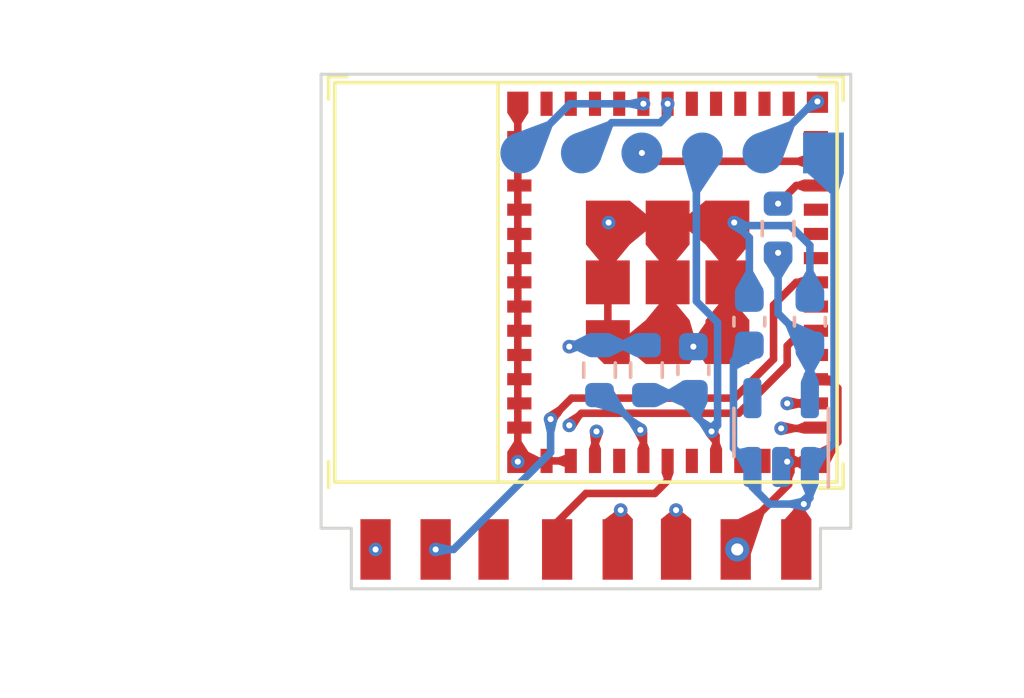
<source format=kicad_pcb>
(kicad_pcb (version 20221018) (generator pcbnew)
  (layers (0 "F.Cu" signal) (1 "In1.Cu" power "GND") (2 "In2.Cu" power "3.3V") (31 "B.Cu" signal) (34 "B.Paste" user) (35 "F.Paste" user) (36 "B.SilkS" user "B.Silkscreen") (37 "F.SilkS" user "F.Silkscreen") (38 "B.Mask" user) (39 "F.Mask" user) (44 "Edge.Cuts" user))
  (net 0 "")
  (net 1 "GND")
  (net 2 "+3.3V")
  (net 3 "EN")
  (net 4 "Net-(U2-GPIO2{slash}ADC1_CH2)")
  (net 5 "Net-(U2-GPIO8)")
  (net 10 "OUT1")
  (net 11 "OUT2")
  (net 13 "CH1")
  (net 15 "CH2")
  (net 19 "OP")
  (net 26 "U0RX")
  (net 27 "U0TX")
  (net 34 "+5V")
  (net 35 "FUNC")
  (footprint "BLab:CON_1X2" (layer "F.Cu") (at 103.785714 98.7)
    (fp_text reference "J2" hide)
    (fp_text value "Conn_01x01_Socket")
    (pad "1" smd rect (at 0 0) (size 1 2) (layers "F.Cu" "F.Paste" "F.Mask") (net 15 "CH2"))
  )
  (footprint "BLab:CON_1X2" (layer "F.Cu") (at 111.72857 98.7)
    (fp_text reference "J6" hide)
    (fp_text value "Conn_01x01_Socket")
    (pad "1" smd rect (at 0 0) (size 1 2) (layers "F.Cu" "F.Paste" "F.Mask") (net 10 "OUT1"))
  )
  (footprint "BLab:CON_1X2" (layer "F.Cu") (at 105.7 98.7)
    (fp_text reference "J3" hide)
    (fp_text value "Conn_01x01_Socket")
    (pad "1" smd rect (at 0 0) (size 1 2) (layers "F.Cu" "F.Paste" "F.Mask"))
  )
  (footprint "BLab:CON_1X2" (layer "F.Cu") (at 101.8 98.7)
    (fp_text reference "J1" hide)
    (fp_text value "Conn_01x01_Socket")
    (pad "1" smd rect (at 0 0) (size 1 2) (layers "F.Cu" "F.Paste" "F.Mask") (net 13 "CH1"))
  )
  (footprint "BLab:CON_1X2" (layer "F.Cu") (at 113.7 98.7)
    (fp_text reference "J7" hide)
    (fp_text value "Conn_01x01_Socket")
    (pad "1" smd rect (at 0 0) (size 1 2) (layers "F.Cu" "F.Paste" "F.Mask") (net 1 "GND"))
  )
  (footprint "BLab:CON_1X2" (layer "F.Cu") (at 107.8 98.7)
    (fp_text reference "J4" hide)
    (fp_text value "Conn_01x01_Socket")
    (pad "1" smd rect (at 0 0) (size 1 2) (layers "F.Cu" "F.Paste" "F.Mask") (net 35 "FUNC"))
  )
  (footprint "BLab:CON_1X2" (layer "F.Cu") (at 115.7 98.7)
    (fp_text reference "J8" hide)
    (fp_text value "Conn_01x01_Socket")
    (pad "1" smd rect (at 0 0) (size 1 2) (layers "F.Cu" "F.Paste" "F.Mask") (net 34 "+5V"))
  )
  (footprint "BLab:CON_1X2" (layer "F.Cu") (at 109.8 98.7)
    (fp_text reference "J5" hide)
    (fp_text value "Conn_01x01_Socket")
    (pad "1" smd rect (at 0 0) (size 1 2) (layers "F.Cu" "F.Paste" "F.Mask") (net 11 "OUT2"))
  )
  (footprint "PCM_Espressif:ESP32-C3-MINI-1" (layer "F.Cu") (at 108.75 89.875 90)
    (fp_text reference "U2" hide)
    (fp_text value "ESP32-C3-MINI-1")
    (fp_line (start -6.8 7.7) (end -6.8 8.5) (stroke (width 0.12)) (layer "F.SilkS"))
    (fp_line (start -6.8 8.5) (end -6 8.5) (stroke (width 0.12)) (layer "F.SilkS"))
    (fp_line (start -6.6 -8.3) (end 6.6 -8.3) (stroke (width 0.12)) (layer "F.SilkS"))
    (fp_line (start -6.6 -2.9) (end 6.6 -2.9) (stroke (width 0.12)) (layer "F.SilkS"))
    (fp_line (start -6.6 8.3) (end -6.6 -8.3) (stroke (width 0.12)) (layer "F.SilkS"))
    (fp_line (start -5.925 -8.5) (end -6.775 -8.5) (stroke (width 0.12)) (layer "F.SilkS"))
    (fp_line (start 6.05 -8.5) (end 6.8 -8.5) (stroke (width 0.12)) (layer "F.SilkS"))
    (fp_line (start 6.6 -8.3) (end 6.6 8.3) (stroke (width 0.12)) (layer "F.SilkS"))
    (fp_line (start 6.6 8.3) (end -6.6 8.3) (stroke (width 0.12)) (layer "F.SilkS"))
    (fp_line (start 6.8 -8.5) (end 6.8 -7.9) (stroke (width 0.12)) (layer "F.SilkS"))
    (fp_line (start 6.8 7.7) (end 6.8 8.5) (stroke (width 0.12)) (layer "F.SilkS"))
    (fp_line (start 6.8 8.5) (end 6 8.5) (stroke (width 0.12)) (layer "F.SilkS"))
    (pad "1" smd rect (at -5.9 -1.3 180) (size 0.4 0.8) (layers "F.Cu" "F.Paste" "F.Mask") (net 1 "GND"))
    (pad "2" smd rect (at -5.9 -0.5 180) (size 0.4 0.8) (layers "F.Cu" "F.Paste" "F.Mask") (net 1 "GND"))
    (pad "3" smd rect (at -5.9 0.3 180) (size 0.4 0.8) (layers "F.Cu" "F.Paste" "F.Mask") (net 2 "+3.3V"))
    (pad "4" smd rect (at -5.9 1.1 180) (size 0.4 0.8) (layers "F.Cu" "F.Paste" "F.Mask"))
    (pad "5" smd rect (at -5.9 1.9 180) (size 0.4 0.8) (layers "F.Cu" "F.Paste" "F.Mask") (net 4 "Net-(U2-GPIO2{slash}ADC1_CH2)"))
    (pad "6" smd rect (at -5.9 2.7 180) (size 0.4 0.8) (layers "F.Cu" "F.Paste" "F.Mask") (net 35 "FUNC"))
    (pad "7" smd rect (at -5.9 3.5 180) (size 0.4 0.8) (layers "F.Cu" "F.Paste" "F.Mask"))
    (pad "8" smd rect (at -5.9 4.3 180) (size 0.4 0.8) (layers "F.Cu" "F.Paste" "F.Mask") (net 3 "EN"))
    (pad "9" smd rect (at -5.9 5.1 180) (size 0.4 0.8) (layers "F.Cu" "F.Paste" "F.Mask"))
    (pad "10" smd rect (at -5.9 5.9 180) (size 0.4 0.8) (layers "F.Cu" "F.Paste" "F.Mask"))
    (pad "11" smd rect (at -5.9 6.7 180) (size 0.4 0.8) (layers "F.Cu" "F.Paste" "F.Mask") (net 1 "GND"))
    (pad "12" smd rect (at -4.8 7.6 90) (size 0.4 0.8) (layers "F.Cu" "F.Paste" "F.Mask") (net 10 "OUT1"))
    (pad "13" smd rect (at -4 7.6 90) (size 0.4 0.8) (layers "F.Cu" "F.Paste" "F.Mask") (net 11 "OUT2"))
    (pad "14" smd rect (at -3.2 7.6 90) (size 0.4 0.8) (layers "F.Cu" "F.Paste" "F.Mask") (net 1 "GND"))
    (pad "15" smd rect (at -2.4 7.6 90) (size 0.4 0.8) (layers "F.Cu" "F.Paste" "F.Mask"))
    (pad "16" smd rect (at -1.6 7.6 90) (size 0.4 0.8) (layers "F.Cu" "F.Paste" "F.Mask") (net 13 "CH1"))
    (pad "17" smd rect (at -0.8 7.6 90) (size 0.4 0.8) (layers "F.Cu" "F.Paste" "F.Mask"))
    (pad "18" smd rect (at 0 7.6 90) (size 0.4 0.8) (layers "F.Cu" "F.Paste" "F.Mask") (net 15 "CH2"))
    (pad "19" smd rect (at 0.8 7.6 90) (size 0.4 0.8) (layers "F.Cu" "F.Paste" "F.Mask"))
    (pad "20" smd rect (at 1.6 7.6 90) (size 0.4 0.8) (layers "F.Cu" "F.Paste" "F.Mask"))
    (pad "21" smd rect (at 2.4 7.6 90) (size 0.4 0.8) (layers "F.Cu" "F.Paste" "F.Mask"))
    (pad "22" smd rect (at 3.2 7.6 90) (size 0.4 0.8) (layers "F.Cu" "F.Paste" "F.Mask") (net 5 "Net-(U2-GPIO8)"))
    (pad "23" smd rect (at 4 7.6 90) (size 0.4 0.8) (layers "F.Cu" "F.Paste" "F.Mask") (net 19 "OP"))
    (pad "24" smd rect (at 4.8 7.6 90) (size 0.4 0.8) (layers "F.Cu" "F.Paste" "F.Mask"))
    (pad "25" smd rect (at 5.9 6.7 180) (size 0.4 0.8) (layers "F.Cu" "F.Paste" "F.Mask"))
    (pad "26" smd rect (at 5.9 5.9 180) (size 0.4 0.8) (layers "F.Cu" "F.Paste" "F.Mask"))
    (pad "27" smd rect (at 5.9 5.1 180) (size 0.4 0.8) (layers "F.Cu" "F.Paste" "F.Mask"))
    (pad "28" smd rect (at 5.9 4.3 180) (size 0.4 0.8) (layers "F.Cu" "F.Paste" "F.Mask"))
    (pad "29" smd rect (at 5.9 3.5 180) (size 0.4 0.8) (layers "F.Cu" "F.Paste" "F.Mask"))
    (pad "30" smd rect (at 5.9 2.7 180) (size 0.4 0.8) (layers "F.Cu" "F.Paste" "F.Mask") (net 26 "U0RX"))
    (pad "31" smd rect (at 5.9 1.9 180) (size 0.4 0.8) (layers "F.Cu" "F.Paste" "F.Mask") (net 27 "U0TX"))
    (pad "32" smd rect (at 5.9 1.1 180) (size 0.4 0.8) (layers "F.Cu" "F.Paste" "F.Mask"))
    (pad "33" smd rect (at 5.9 0.3 180) (size 0.4 0.8) (layers "F.Cu" "F.Paste" "F.Mask"))
    (pad "34" smd rect (at 5.9 -0.5 180) (size 0.4 0.8) (layers "F.Cu" "F.Paste" "F.Mask"))
    (pad "35" smd rect (at 5.9 -1.3 180) (size 0.4 0.8) (layers "F.Cu" "F.Paste" "F.Mask"))
    (pad "36" smd rect (at 4.8 -2.2 90) (size 0.4 0.8) (layers "F.Cu" "F.Paste" "F.Mask") (net 1 "GND"))
    (pad "37" smd rect (at 4 -2.2 90) (size 0.4 0.8) (layers "F.Cu" "F.Paste" "F.Mask") (net 1 "GND"))
    (pad "38" smd rect (at 3.2 -2.2 90) (size 0.4 0.8) (layers "F.Cu" "F.Paste" "F.Mask") (net 1 "GND"))
    (pad "39" smd rect (at 2.4 -2.2 90) (size 0.4 0.8) (layers "F.Cu" "F.Paste" "F.Mask") (net 1 "GND"))
    (pad "40" smd rect (at 1.6 -2.2 90) (size 0.4 0.8) (layers "F.Cu" "F.Paste" "F.Mask") (net 1 "GND"))
    (pad "41" smd rect (at 0.8 -2.2 90) (size 0.4 0.8) (layers "F.Cu" "F.Paste" "F.Mask") (net 1 "GND"))
    (pad "42" smd rect (at 0 -2.2 90) (size 0.4 0.8) (layers "F.Cu" "F.Paste" "F.Mask") (net 1 "GND"))
    (pad "43" smd rect (at -0.8 -2.2 90) (size 0.4 0.8) (layers "F.Cu" "F.Paste" "F.Mask") (net 1 "GND"))
    (pad "44" smd rect (at -1.6 -2.2 90) (size 0.4 0.8) (layers "F.Cu" "F.Paste" "F.Mask") (net 1 "GND"))
    (pad "45" smd rect (at -2.4 -2.2 90) (size 0.4 0.8) (layers "F.Cu" "F.Paste" "F.Mask") (net 1 "GND"))
    (pad "46" smd rect (at -3.2 -2.2 90) (size 0.4 0.8) (layers "F.Cu" "F.Paste" "F.Mask") (net 1 "GND"))
    (pad "47" smd rect (at -4 -2.2 90) (size 0.4 0.8) (layers "F.Cu" "F.Paste" "F.Mask") (net 1 "GND"))
    (pad "48" smd rect (at -4.8 -2.2 90) (size 0.4 0.8) (layers "F.Cu" "F.Paste" "F.Mask") (net 1 "GND"))
    (pad "49" smd custom (at -1.975 0.725 90) (size 0.8 0.8) (layers "F.Cu" "F.Paste" "F.Mask") (net 1 "GND") (options (clearance outline) (anchor rect)) (primitives (gr_poly (pts (xy 0.725 0.725) (xy -0.725 0.725) (xy -0.725 -0.125) (xy -0.125 -0.725) (xy 0.725 -0.725)) (width 0) (fill yes))))
    (pad "49" smd rect (at -1.975 2.7 180) (size 1.45 1.45) (layers "F.Cu" "F.Paste" "F.Mask") (net 1 "GND"))
    (pad "49" smd rect (at -1.975 4.675 180) (size 1.45 1.45) (layers "F.Cu" "F.Paste" "F.Mask") (net 1 "GND"))
    (pad "49" smd rect (at 0 0.725 180) (size 1.45 1.45) (layers "F.Cu" "F.Paste" "F.Mask") (net 1 "GND"))
    (pad "49" smd rect (at 0 2.7 180) (size 1.45 1.45) (layers "F.Cu" "F.Paste" "F.Mask") (net 1 "GND"))
    (pad "49" smd rect (at 0 4.675 180) (size 1.45 1.45) (layers "F.Cu" "F.Paste" "F.Mask") (net 1 "GND"))
    (pad "49" smd rect (at 1.975 0.725 180) (size 1.45 1.45) (layers "F.Cu" "F.Paste" "F.Mask") (net 1 "GND"))
    (pad "49" smd rect (at 1.975 2.7 180) (size 1.45 1.45) (layers "F.Cu" "F.Paste" "F.Mask") (net 1 "GND"))
    (pad "49" smd rect (at 1.975 4.675 180) (size 1.45 1.45) (layers "F.Cu" "F.Paste" "F.Mask") (net 1 "GND"))
    (pad "50" smd rect (at 5.95 -2.25 180) (size 0.7 0.7) (layers "F.Cu" "F.Paste" "F.Mask") (net 1 "GND"))
    (pad "51" smd rect (at 5.95 7.65 180) (size 0.7 0.7) (layers "F.Cu" "F.Paste" "F.Mask") (net 1 "GND"))
    (pad "52" smd rect (at -5.95 7.65 180) (size 0.7 0.7) (layers "F.Cu" "F.Paste" "F.Mask") (net 1 "GND"))
    (pad "53" smd rect (at -5.95 -2.25 180) (size 0.7 0.7) (layers "F.Cu" "F.Paste" "F.Mask") (net 1 "GND"))
  )
  (footprint "Package_TO_SOT_SMD:SOT-23-5" (layer "B.Cu") (at 115.2 94.8375 90)
    (fp_text reference "U3" hide)
    (fp_text value "ME6211C33M5G-N")
    (fp_line (start 0 -1.56) (end -0.8 -1.56) (stroke (width 0.12)) (layer "B.SilkS"))
    (fp_line (start 0 -1.56) (end 0.8 -1.56) (stroke (width 0.12)) (layer "B.SilkS"))
    (fp_line (start 0 1.56) (end -1.8 1.56) (stroke (width 0.12)) (layer "B.SilkS"))
    (fp_line (start 0 1.56) (end 0.8 1.56) (stroke (width 0.12)) (layer "B.SilkS"))
    (pad "1" smd roundrect (at -1.1375 0.95 90) (size 1.325 0.6) (layers "B.Cu" "B.Paste" "B.Mask") (net 34 "+5V"))
    (pad "2" smd roundrect (at -1.1375 0 90) (size 1.325 0.6) (layers "B.Cu" "B.Paste" "B.Mask") (net 1 "GND"))
    (pad "3" smd roundrect (at -1.1375 -0.95 90) (size 1.325 0.6) (layers "B.Cu" "B.Paste" "B.Mask") (net 34 "+5V"))
    (pad "4" smd roundrect (at 1.1375 -0.95 90) (size 1.325 0.6) (layers "B.Cu" "B.Paste" "B.Mask"))
    (pad "5" smd roundrect (at 1.1375 0.95 90) (size 1.325 0.6) (layers "B.Cu" "B.Paste" "B.Mask") (net 2 "+3.3V"))
  )
  (footprint "Capacitor_SMD:C_0603_1608Metric" (layer "B.Cu") (at 112.3 92.775 90)
    (fp_text reference "C1" hide)
    (fp_text value "1uf")
    (fp_line (start -0.14058 -0.51) (end 0.14058 -0.51) (stroke (width 0.12)) (layer "B.SilkS"))
    (fp_line (start -0.14058 0.51) (end 0.14058 0.51) (stroke (width 0.12)) (layer "B.SilkS"))
    (pad "1" smd roundrect (at -0.775 0 90) (size 0.9 0.95) (layers "B.Cu" "B.Paste" "B.Mask") (net 3 "EN"))
    (pad "2" smd roundrect (at 0.775 0 90) (size 0.9 0.95) (layers "B.Cu" "B.Paste" "B.Mask") (net 1 "GND"))
  )
  (footprint "Resistor_SMD:R_0603_1608Metric" (layer "B.Cu") (at 110.75 92.775 -90)
    (fp_text reference "R1" hide)
    (fp_text value "10K")
    (fp_line (start -0.237258 -0.5225) (end 0.237258 -0.5225) (stroke (width 0.12)) (layer "B.SilkS"))
    (fp_line (start -0.237258 0.5225) (end 0.237258 0.5225) (stroke (width 0.12)) (layer "B.SilkS"))
    (pad "1" smd roundrect (at -0.825 0 270) (size 0.8 0.95) (layers "B.Cu" "B.Paste" "B.Mask") (net 2 "+3.3V"))
    (pad "2" smd roundrect (at 0.825 0 270) (size 0.8 0.95) (layers "B.Cu" "B.Paste" "B.Mask") (net 3 "EN"))
  )
  (footprint "Capacitor_SMD:C_0603_1608Metric" (layer "B.Cu") (at 114.15 91.175 90)
    (fp_text reference "C3" hide)
    (fp_text value "1uf")
    (fp_line (start -0.14058 -0.51) (end 0.14058 -0.51) (stroke (width 0.12)) (layer "B.SilkS"))
    (fp_line (start -0.14058 0.51) (end 0.14058 0.51) (stroke (width 0.12)) (layer "B.SilkS"))
    (pad "1" smd roundrect (at -0.775 0 90) (size 0.9 0.95) (layers "B.Cu" "B.Paste" "B.Mask") (net 34 "+5V"))
    (pad "2" smd roundrect (at 0.775 0 90) (size 0.9 0.95) (layers "B.Cu" "B.Paste" "B.Mask") (net 1 "GND"))
  )
  (footprint "Capacitor_SMD:C_0603_1608Metric" (layer "B.Cu") (at 116.15 91.175 90)
    (fp_text reference "C2" hide)
    (fp_text value "1uf")
    (fp_line (start -0.14058 -0.51) (end 0.14058 -0.51) (stroke (width 0.12)) (layer "B.SilkS"))
    (fp_line (start -0.14058 0.51) (end 0.14058 0.51) (stroke (width 0.12)) (layer "B.SilkS"))
    (pad "1" smd roundrect (at -0.775 0 90) (size 0.9 0.95) (layers "B.Cu" "B.Paste" "B.Mask") (net 2 "+3.3V"))
    (pad "2" smd roundrect (at 0.775 0 90) (size 0.9 0.95) (layers "B.Cu" "B.Paste" "B.Mask") (net 1 "GND"))
  )
  (footprint "BLab:DOWNLOADER" (layer "B.Cu") (at 116.6 85.6 90)
    (fp_text reference "U1" hide)
    (fp_text value "DOWNLOADER")
    (pad "1" smd rect (at 0 0 90) (size 1.35 1.35) (layers "B.Cu" "B.Paste" "B.Mask") (net 34 "+5V"))
    (pad "2" smd oval (at 0 -2 90) (size 1.35 1.35) (layers "B.Cu" "B.Paste" "B.Mask") (net 1 "GND"))
    (pad "3" smd oval (at 0 -4 90) (size 1.35 1.35) (layers "B.Cu" "B.Paste" "B.Mask") (net 3 "EN"))
    (pad "4" smd oval (at 0 -6 90) (size 1.35 1.35) (layers "B.Cu" "B.Paste" "B.Mask") (net 19 "OP"))
    (pad "5" smd oval (at 0 -8 90) (size 1.35 1.35) (layers "B.Cu" "B.Paste" "B.Mask") (net 26 "U0RX"))
    (pad "6" smd oval (at 0 -10 90) (size 1.35 1.35) (layers "B.Cu" "B.Paste" "B.Mask") (net 27 "U0TX"))
  )
  (footprint "Resistor_SMD:R_0603_1608Metric" (layer "B.Cu") (at 115.1 88.1 90)
    (fp_text reference "R3" hide)
    (fp_text value "10K")
    (fp_line (start -0.237258 -0.5225) (end 0.237258 -0.5225) (stroke (width 0.12)) (layer "B.SilkS"))
    (fp_line (start -0.237258 0.5225) (end 0.237258 0.5225) (stroke (width 0.12)) (layer "B.SilkS"))
    (pad "1" smd roundrect (at -0.825 0 90) (size 0.8 0.95) (layers "B.Cu" "B.Paste" "B.Mask") (net 2 "+3.3V"))
    (pad "2" smd roundrect (at 0.825 0 90) (size 0.8 0.95) (layers "B.Cu" "B.Paste" "B.Mask") (net 5 "Net-(U2-GPIO8)"))
  )
  (footprint "Resistor_SMD:R_0603_1608Metric" (layer "B.Cu") (at 109.2 92.775 -90)
    (fp_text reference "R2" hide)
    (fp_text value "10K")
    (fp_line (start -0.237258 -0.5225) (end 0.237258 -0.5225) (stroke (width 0.12)) (layer "B.SilkS"))
    (fp_line (start -0.237258 0.5225) (end 0.237258 0.5225) (stroke (width 0.12)) (layer "B.SilkS"))
    (pad "1" smd roundrect (at -0.825 0 270) (size 0.8 0.95) (layers "B.Cu" "B.Paste" "B.Mask") (net 2 "+3.3V"))
    (pad "2" smd roundrect (at 0.825 0 270) (size 0.8 0.95) (layers "B.Cu" "B.Paste" "B.Mask") (net 4 "Net-(U2-GPIO2{slash}ADC1_CH2)"))
  )
  (gr_line (start 117.5 98) (end 117.5 83) (stroke (width 0.1)) (layer "Edge.Cuts"))
  (gr_line (start 100 98) (end 101 98) (stroke (width 0.1)) (layer "Edge.Cuts"))
  (gr_line (start 116.5 98) (end 117.5 98) (stroke (width 0.1)) (layer "Edge.Cuts"))
  (gr_line (start 116.5 100) (end 116.5 98) (stroke (width 0.1)) (layer "Edge.Cuts"))
  (gr_line (start 101 100) (end 116.5 100) (stroke (width 0.1)) (layer "Edge.Cuts"))
  (gr_line (start 100 83) (end 100 98) (stroke (width 0.1)) (layer "Edge.Cuts"))
  (gr_line (start 117.5 83) (end 100 83) (stroke (width 0.1)) (layer "Edge.Cuts"))
  (gr_line (start 101 98) (end 101 100) (stroke (width 0.1)) (layer "Edge.Cuts"))
  (segment (start 113.425 87.9) (end 113.425 91.85) (width 0.25) (layer "F.Cu") (net 1))
  (segment (start 109.475 87.9) (end 109.475 91.85) (width 0.25) (layer "F.Cu") (net 1))
  (segment (start 117.075 93.375) (end 117.075 95.15) (width 0.25) (layer "F.Cu") (net 1))
  (segment (start 115.4 95.8) (end 115.45 96.55) (width 0.25) (layer "F.Cu") (net 1))
  (segment (start 111.45 91.85) (end 111.45 87.9) (width 0.25) (layer "F.Cu") (net 1))
  (segment (start 112.3 92) (end 112.15 91.85) (width 0.25) (layer "F.Cu") (net 1))
  (segment (start 115.45 96.55) (end 113.7 98.3) (width 0.25) (layer "F.Cu") (net 1))
  (segment (start 115.45 95.775) (end 115.4 95.8) (width 0.25) (layer "F.Cu") (net 1))
  (segment (start 112.45 91.85) (end 112.3 92) (width 0.25) (layer "F.Cu") (net 1))
  (segment (start 106.55 95.775) (end 106.5 95.825) (width 0.25) (layer "F.Cu") (net 1))
  (segment (start 109.475 87.9) (end 109.5 87.9) (width 0.25) (layer "F.Cu") (net 1))
  (segment (start 115.5 95.825) (end 115.45 95.775) (width 0.25) (layer "F.Cu") (net 1))
  (segment (start 108.25 95.775) (end 106.55 95.775) (width 0.25) (layer "F.Cu") (net 1))
  (segment (start 117.075 95.15) (end 116.4 95.825) (width 0.25) (layer "F.Cu") (net 1))
  (segment (start 113.7 98.3) (end 113.7 98.7) (width 0.25) (layer "F.Cu") (net 1))
  (segment (start 112.15 91.85) (end 109.475 91.85) (width 0.25) (layer "F.Cu") (net 1))
  (segment (start 106.5 95.825) (end 106.5 95.8) (width 0.25) (layer "F.Cu") (net 1))
  (segment (start 106.5 95.8) (end 106.5 83.925) (width 0.25) (layer "F.Cu") (net 1))
  (segment (start 109.5 87.9) (end 113.425 87.9) (width 0.25) (layer "F.Cu") (net 1))
  (segment (start 116.775 93.075) (end 117.075 93.375) (width 0.25) (layer "F.Cu") (net 1))
  (segment (start 113.425 91.85) (end 112.45 91.85) (width 0.25) (layer "F.Cu") (net 1))
  (segment (start 116.4 95.825) (end 115.5 95.825) (width 0.25) (layer "F.Cu") (net 1))
  (segment (start 116.35 93.075) (end 116.775 93.075) (width 0.25) (layer "F.Cu") (net 1))
  (via (at 109.5 87.9) (size 0.45) (drill 0.2) (layers "F.Cu" "B.Cu") (net 1))
  (via (at 113.75 98.7) (size 0.8) (drill 0.4) (layers "F.Cu" "B.Cu") (net 1))
  (via (at 106.5 95.8) (size 0.45) (drill 0.2) (layers "F.Cu" "B.Cu") (net 1))
  (via (at 112.3 92) (size 0.45) (drill 0.2) (layers "F.Cu" "B.Cu") (net 1))
  (via (at 113.65 87.9) (size 0.45) (drill 0.2) (layers "F.Cu" "B.Cu") (net 1))
  (via (at 115.4 95.8) (size 0.45) (drill 0.2) (layers "F.Cu" "B.Cu") (net 1))
  (via (at 116.4 83.9) (size 0.45) (drill 0.2) (layers "F.Cu" "B.Cu") (net 1))
  (segment (start 114.15 88.4) (end 113.65 87.9) (width 0.25) (layer "B.Cu") (net 1))
  (segment (start 114.6 85.6) (end 116.3 83.9) (width 0.25) (layer "B.Cu") (net 1))
  (segment (start 116.15 88.65) (end 115.5 88) (width 0.25) (layer "B.Cu") (net 1))
  (segment (start 115.5 88) (end 113.75 88) (width 0.25) (layer "B.Cu") (net 1))
  (segment (start 116.15 90.4) (end 116.15 88.65) (width 0.25) (layer "B.Cu") (net 1))
  (segment (start 113.75 88) (end 113.65 87.9) (width 0.25) (layer "B.Cu") (net 1))
  (segment (start 114.15 90.4) (end 114.15 88.4) (width 0.25) (layer "B.Cu") (net 1))
  (segment (start 116.3 83.9) (end 116.4 83.9) (width 0.25) (layer "B.Cu") (net 1))
  (segment (start 109.05 95.775) (end 109.05 94.85) (width 0.25) (layer "F.Cu") (net 2))
  (segment (start 109.05 94.85) (end 109.1 94.8) (width 0.25) (layer "F.Cu") (net 2))
  (via (at 108.2 92) (size 0.45) (drill 0.2) (layers "F.Cu" "B.Cu") (net 2))
  (via (at 109.1 94.8) (size 0.45) (drill 0.2) (layers "F.Cu" "B.Cu") (net 2))
  (via (at 115.1 88.9) (size 0.45) (drill 0.2) (layers "F.Cu" "B.Cu") (net 2))
  (segment (start 116.15 93.7) (end 116.15 91.95) (width 0.25) (layer "B.Cu") (net 2))
  (segment (start 115.1 88.925) (end 115.1 88.9) (width 0.25) (layer "B.Cu") (net 2))
  (segment (start 109.2 91.95) (end 110.75 91.95) (width 0.25) (layer "B.Cu") (net 2))
  (segment (start 108.25 91.95) (end 108.2 92) (width 0.25) (layer "B.Cu") (net 2))
  (segment (start 115.1 88.9) (end 115.1 90.9) (width 0.25) (layer "B.Cu") (net 2))
  (segment (start 115.1 90.9) (end 116.15 91.95) (width 0.25) (layer "B.Cu") (net 2))
  (segment (start 109.2 91.95) (end 108.25 91.95) (width 0.25) (layer "B.Cu") (net 2))
  (segment (start 113.05 94.95) (end 112.9 94.8) (width 0.25) (layer "F.Cu") (net 3))
  (segment (start 113.05 95.775) (end 113.05 94.95) (width 0.25) (layer "F.Cu") (net 3))
  (via (at 112.9 94.8) (size 0.45) (drill 0.2) (layers "F.Cu" "B.Cu") (net 3))
  (segment (start 112.4 90.5) (end 113.1 91.2) (width 0.25) (layer "B.Cu") (net 3))
  (segment (start 113.1 91.2) (end 113.1 94.6) (width 0.25) (layer "B.Cu") (net 3))
  (segment (start 113.1 94.6) (end 112.9 94.8) (width 0.25) (layer "B.Cu") (net 3))
  (segment (start 110.75 93.6) (end 112.25 93.6) (width 0.25) (layer "B.Cu") (net 3))
  (segment (start 112.3 93.55) (end 112.3 94.2) (width 0.25) (layer "B.Cu") (net 3))
  (segment (start 112.3 94.2) (end 112.9 94.8) (width 0.25) (layer "B.Cu") (net 3))
  (segment (start 112.4 85.8) (end 112.4 90.5) (width 0.25) (layer "B.Cu") (net 3))
  (segment (start 112.6 85.6) (end 112.4 85.8) (width 0.25) (layer "B.Cu") (net 3))
  (segment (start 112.25 93.6) (end 112.3 93.55) (width 0.25) (layer "B.Cu") (net 3))
  (segment (start 110.65 94.85) (end 110.65 95.775) (width 0.25) (layer "F.Cu") (net 4))
  (segment (start 110.55 94.75) (end 110.65 94.85) (width 0.25) (layer "F.Cu") (net 4))
  (via (at 110.55 94.75) (size 0.45) (drill 0.2) (layers "F.Cu" "B.Cu") (net 4))
  (segment (start 109.4 93.6) (end 110.55 94.75) (width 0.25) (layer "B.Cu") (net 4))
  (segment (start 109.2 93.6) (end 109.4 93.6) (width 0.25) (layer "B.Cu") (net 4))
  (segment (start 115.7 86.675) (end 116.35 86.675) (width 0.25) (layer "F.Cu") (net 5))
  (segment (start 115.1 87.275) (end 115.7 86.675) (width 0.25) (layer "F.Cu") (net 5))
  (via (at 115.1 87.275) (size 0.45) (drill 0.2) (layers "F.Cu" "B.Cu") (net 5))
  (segment (start 116.325 94.7) (end 116.35 94.675) (width 0.25) (layer "F.Cu") (net 10))
  (segment (start 111.72857 97.4) (end 111.72857 98.7) (width 0.25) (layer "F.Cu") (net 10))
  (segment (start 115.2 94.7) (end 116.325 94.7) (width 0.25) (layer "F.Cu") (net 10))
  (via (at 115.2 94.7) (size 0.45) (drill 0.2) (layers "F.Cu" "B.Cu") (net 10))
  (via (at 111.72857 97.4) (size 0.45) (drill 0.2) (layers "F.Cu" "B.Cu") (net 10))
  (segment (start 115.4 93.875) (end 116.35 93.875) (width 0.25) (layer "F.Cu") (net 11))
  (segment (start 109.9 97.4) (end 109.9 98.6) (width 0.25) (layer "F.Cu") (net 11))
  (segment (start 109.9 98.6) (end 109.8 98.7) (width 0.25) (layer "F.Cu") (net 11))
  (via (at 115.4 93.875) (size 0.45) (drill 0.2) (layers "F.Cu" "B.Cu") (net 11))
  (via (at 109.9 97.4) (size 0.45) (drill 0.2) (layers "F.Cu" "B.Cu") (net 11))
  (segment (start 115.9 91.475) (end 115.4 91.975) (width 0.25) (layer "F.Cu") (net 13))
  (segment (start 113.8 94.2) (end 108.6 94.2) (width 0.25) (layer "F.Cu") (net 13))
  (segment (start 108.6 94.2) (end 108.2 94.6) (width 0.25) (layer "F.Cu") (net 13))
  (segment (start 115.4 92.6) (end 113.8 94.2) (width 0.25) (layer "F.Cu") (net 13))
  (segment (start 116.35 91.475) (end 115.9 91.475) (width 0.25) (layer "F.Cu") (net 13))
  (segment (start 115.4 91.975) (end 115.4 92.6) (width 0.25) (layer "F.Cu") (net 13))
  (via (at 101.8 98.7) (size 0.45) (drill 0.2) (layers "F.Cu" "B.Cu") (net 13))
  (via (at 108.2 94.6) (size 0.45) (drill 0.2) (layers "F.Cu" "B.Cu") (net 13))
  (segment (start 115.7 89.875) (end 114.95 90.625) (width 0.25) (layer "F.Cu") (net 15))
  (segment (start 114.95 90.625) (end 114.95 92.413604) (width 0.25) (layer "F.Cu") (net 15))
  (segment (start 108.277804 93.7) (end 107.583353 94.394451) (width 0.25) (layer "F.Cu") (net 15))
  (segment (start 113.663604 93.7) (end 108.277804 93.7) (width 0.25) (layer "F.Cu") (net 15))
  (segment (start 114.95 92.413604) (end 113.663604 93.7) (width 0.25) (layer "F.Cu") (net 15))
  (segment (start 116.35 89.875) (end 115.7 89.875) (width 0.25) (layer "F.Cu") (net 15))
  (via (at 107.583353 94.394451) (size 0.45) (drill 0.2) (layers "F.Cu" "B.Cu") (net 15))
  (via (at 103.785714 98.7) (size 0.45) (drill 0.2) (layers "F.Cu" "B.Cu") (net 15))
  (segment (start 107.583353 94.394451) (end 107.583353 95.494465) (width 0.25) (layer "B.Cu") (net 15))
  (segment (start 104.377818 98.7) (end 103.785714 98.7) (width 0.25) (layer "B.Cu") (net 15))
  (segment (start 107.583353 95.494465) (end 104.377818 98.7) (width 0.25) (layer "B.Cu") (net 15))
  (segment (start 110.875 85.875) (end 110.6 85.6) (width 0.25) (layer "F.Cu") (net 19))
  (segment (start 116.35 85.875) (end 110.875 85.875) (width 0.25) (layer "F.Cu") (net 19))
  (via (at 110.6 85.6) (size 0.45) (drill 0.2) (layers "F.Cu" "B.Cu") (net 19))
  (via (at 111.45 83.975) (size 0.45) (drill 0.2) (layers "F.Cu" "B.Cu") (net 26))
  (segment (start 111.2 84.6) (end 111.45 84.35) (width 0.25) (layer "B.Cu") (net 26))
  (segment (start 108.6 85.6) (end 109.6 84.6) (width 0.25) (layer "B.Cu") (net 26))
  (segment (start 111.45 84.35) (end 111.45 83.975) (width 0.25) (layer "B.Cu") (net 26))
  (segment (start 109.6 84.6) (end 111.2 84.6) (width 0.25) (layer "B.Cu") (net 26))
  (via (at 110.65 83.975) (size 0.45) (drill 0.2) (layers "F.Cu" "B.Cu") (net 27))
  (segment (start 108.225 83.975) (end 110.65 83.975) (width 0.25) (layer "B.Cu") (net 27))
  (segment (start 106.6 85.6) (end 108.225 83.975) (width 0.25) (layer "B.Cu") (net 27))
  (segment (start 115.95 97.2) (end 115.7 97.45) (width 0.25) (layer "F.Cu") (net 34))
  (segment (start 115.7 97.45) (end 115.7 98.7) (width 0.25) (layer "F.Cu") (net 34))
  (via (at 115.95 97.2) (size 0.45) (drill 0.2) (layers "F.Cu" "B.Cu") (net 34))
  (segment (start 116.15 97) (end 116.15 95.975) (width 0.25) (layer "B.Cu") (net 34))
  (segment (start 116.95 85.95) (end 116.95 95.175) (width 0.25) (layer "B.Cu") (net 34))
  (segment (start 115.95 97.2) (end 116.15 97) (width 0.25) (layer "B.Cu") (net 34))
  (segment (start 116.6 85.6) (end 116.95 85.95) (width 0.25) (layer "B.Cu") (net 34))
  (segment (start 114.15 91.95) (end 113.625 92.475) (width 0.25) (layer "B.Cu") (net 34))
  (segment (start 116.95 95.175) (end 116.15 95.975) (width 0.25) (layer "B.Cu") (net 34))
  (segment (start 114.25 95.975) (end 114.25 96.637499) (width 0.25) (layer "B.Cu") (net 34))
  (segment (start 113.625 92.475) (end 113.625 95.35) (width 0.25) (layer "B.Cu") (net 34))
  (segment (start 113.625 95.35) (end 114.25 95.975) (width 0.25) (layer "B.Cu") (net 34))
  (segment (start 114.25 96.637499) (end 114.812501 97.2) (width 0.25) (layer "B.Cu") (net 34))
  (segment (start 114.812501 97.2) (end 115.95 97.2) (width 0.25) (layer "B.Cu") (net 34))
  (segment (start 108.75 96.85) (end 107.8 97.8) (width 0.25) (layer "F.Cu") (net 35))
  (segment (start 111.025 96.85) (end 108.75 96.85) (width 0.25) (layer "F.Cu") (net 35))
  (segment (start 107.8 97.8) (end 107.8 98.7) (width 0.25) (layer "F.Cu") (net 35))
  (segment (start 111.45 96.425) (end 111.025 96.85) (width 0.25) (layer "F.Cu") (net 35))
  (segment (start 111.45 95.775) (end 111.45 96.425) (width 0.25) (layer "F.Cu") (net 35))
)
</source>
